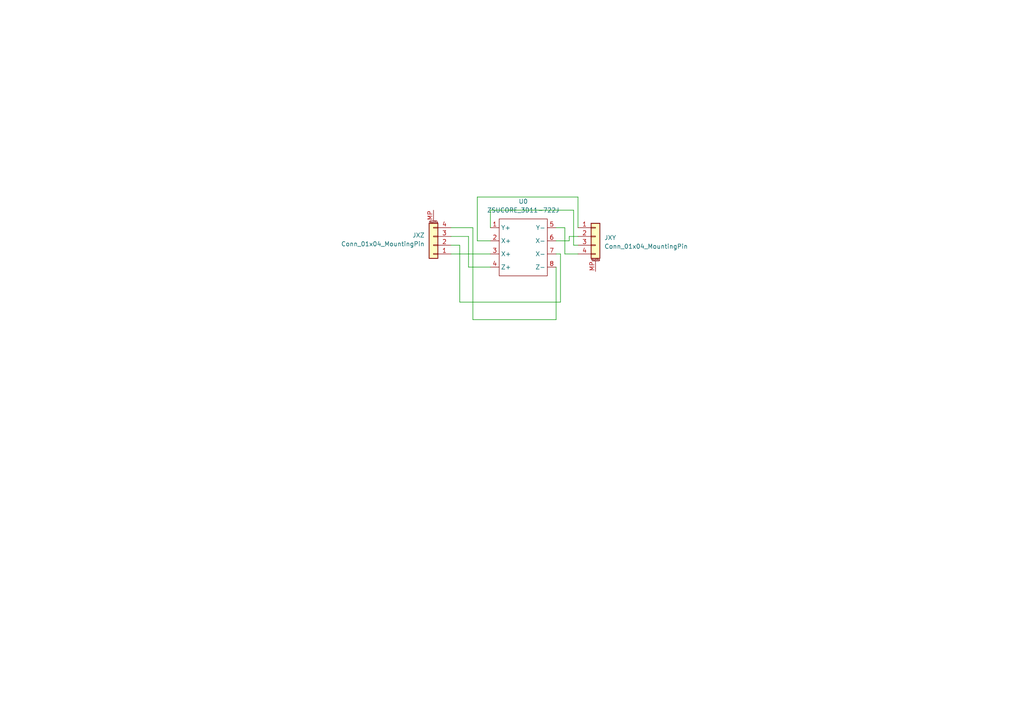
<source format=kicad_sch>
(kicad_sch (version 20211123) (generator eeschema)
  (paper "A4")
  (lib_symbols
    (symbol "722J:ZSUCORE_3D11-722J"
      (property "Reference" "U" (at 6.35 12.7 0))
      (property "Value" "ZSUCORE_3D11-722J" (at 11.43 17.78 0))
      (symbol "ZSUCORE_3D11-722J_0_1"
        (rectangle (start 0 16.51) (end 13.97 0))
      )
      (symbol "ZSUCORE_3D11-722J_1_1"
        (pin bidirectional line (at -2.54 13.97 0) (length 2.54) (name "Y+") (number "1"))
        (pin bidirectional line (at -2.54 10.16 0) (length 2.54) (name "X+") (number "2"))
        (pin bidirectional line (at -2.54 6.35 0) (length 2.54) (name "X+") (number "3"))
        (pin bidirectional line (at -2.54 2.54 0) (length 2.54) (name "Z+") (number "4"))
        (pin bidirectional line (at 16.51 13.97 180) (length 2.54) (name "Y-") (number "5"))
        (pin bidirectional line (at 16.51 10.16 180) (length 2.54) (name "X-") (number "6"))
        (pin bidirectional line (at 16.51 6.35 180) (length 2.54) (name "X-") (number "7"))
        (pin bidirectional line (at 16.51 2.54 180) (length 2.54) (name "Z-") (number "8"))
      )
    )
    (symbol "Connector_Generic_MountingPin:Conn_01x04_MountingPin" (pin_names (offset 1.016) hide)
      (property "Reference" "J" (at 0 5.08 0))
      (property "Value" "Conn_01x04_MountingPin" (at 1.27 -7.62 0))
      (symbol "Conn_01x04_MountingPin_1_1"
        (rectangle (start -1.27 -4.953) (end 0 -5.207) (stroke (width 0.1524)))
        (rectangle (start -1.27 -2.413) (end 0 -2.667) (stroke (width 0.1524)))
        (rectangle (start -1.27 0.127) (end 0 -0.127) (stroke (width 0.1524)))
        (rectangle (start -1.27 2.667) (end 0 2.413) (stroke (width 0.1524)))
        (rectangle (start -1.27 3.81) (end 1.27 -6.35) (stroke (width 0.254)) (fill (type background)))
        (polyline (pts (xy -1.016 -7.112) (xy 1.016 -7.112)) (stroke (width 0.1524)))
        (text "Mounting" (at 0 -6.731 0) (effects (font (size 0.381 0.381))))
        (pin passive line (at -5.08 2.54 0) (length 3.81) (name "Pin_1") (number "1"))
        (pin passive line (at -5.08 0 0) (length 3.81) (name "Pin_2") (number "2"))
        (pin passive line (at -5.08 -2.54 0) (length 3.81) (name "Pin_3") (number "3"))
        (pin passive line (at -5.08 -5.08 0) (length 3.81) (name "Pin_4") (number "4"))
        (pin passive line (at 0 -10.16 90) (length 3.048) (name "MountPin") (number "MP"))
      )
    )
  )
  (wire (pts (xy 166.37 71.12) (xy 167.64 71.12)))
  (wire (pts (xy 166.37 60.96) (xy 166.37 71.12)))
  (wire (pts (xy 165.1 69.85) (xy 165.1 68.58)))
  (wire (pts (xy 133.35 71.12) (xy 130.81 71.12)))
  (wire (pts (xy 142.24 69.85) (xy 138.43 69.85)))
  (wire (pts (xy 161.29 92.71) (xy 137.16 92.71)))
  (wire (pts (xy 165.1 68.58) (xy 167.64 68.58)))
  (wire (pts (xy 167.64 57.15) (xy 167.64 66.04)))
  (wire (pts (xy 163.83 73.66) (xy 167.64 73.66)))
  (wire (pts (xy 163.83 66.04) (xy 163.83 73.66)))
  (wire (pts (xy 135.89 68.58) (xy 130.81 68.58)))
  (wire (pts (xy 135.89 68.58) (xy 135.89 77.47)))
  (wire (pts (xy 137.16 66.04) (xy 130.81 66.04)))
  (wire (pts (xy 162.56 87.63) (xy 133.35 87.63)))
  (wire (pts (xy 161.29 77.47) (xy 161.29 92.71)))
  (wire (pts (xy 161.29 73.66) (xy 162.56 73.66)))
  (wire (pts (xy 137.16 66.04) (xy 137.16 92.71)))
  (wire (pts (xy 142.24 66.04) (xy 142.24 60.96)))
  (wire (pts (xy 161.29 69.85) (xy 165.1 69.85)))
  (wire (pts (xy 135.89 77.47) (xy 142.24 77.47)))
  (wire (pts (xy 138.43 57.15) (xy 167.64 57.15)))
  (wire (pts (xy 161.29 66.04) (xy 163.83 66.04)))
  (wire (pts (xy 130.81 73.66) (xy 142.24 73.66)))
  (wire (pts (xy 162.56 73.66) (xy 162.56 87.63)))
  (wire (pts (xy 133.35 87.63) (xy 133.35 71.12)))
  (wire (pts (xy 138.43 69.85) (xy 138.43 57.15)))
  (wire (pts (xy 142.24 60.96) (xy 166.37 60.96)))
  (symbol (lib_id "Connector_Generic_MountingPin:Conn_01x04_MountingPin") (at 172.72 68.58 0) (unit 1)
    (property "Reference" "JXY" (at 175.26 68.9355 0) (effects (justify left)))
    (property "Value" "Conn_01x04_MountingPin" (at 175.26 71.4755 0) (effects (justify left)))
    (property "Footprint" "Connector_PinHeader_2.54mm:PinHeader_1x04_P2.54mm_Vertical" (effects hide))
  )
  (symbol (lib_id "Connector_Generic_MountingPin:Conn_01x04_MountingPin") (at 125.73 71.12 180) (unit 1)
    (property "Reference" "JXZ" (at 123.19 68.2243 0) (effects (justify left)))
    (property "Value" "Conn_01x04_MountingPin" (at 123.19 70.7643 0) (effects (justify left)))
    (property "Footprint" "Connector_PinHeader_2.54mm:PinHeader_1x04_P2.54mm_Vertical" (effects hide))
  )
  (symbol (lib_id "722J:ZSUCORE_3D11-722J") (at 144.78 80.01 0) (unit 1)
    (property "Reference" "U0" (at 151.765 58.42 0))
    (property "Value" "ZSUCORE_3D11-722J" (at 151.765 60.96 0))
    (property "Footprint" "RF_Antenna:ZSUCORE_3D11-722J" (effects hide))
  )
)
</source>
